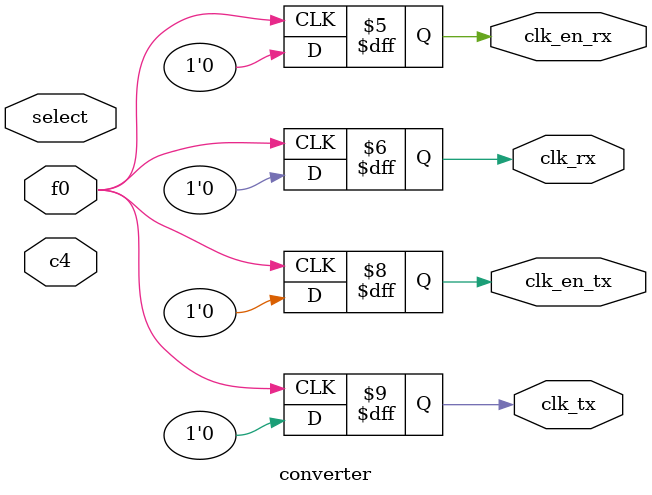
<source format=v>
module converter (
    input wire f0,
    input wire c4,
    input wire select,
    output reg clk_en_tx,
    output reg clk_en_rx,
    output reg clk_tx,
    output reg clk_rx
);
integer i,j,k,l;

always @ (negedge f0)
   begin
      clk_en_tx <= 1'b1;
   //   begin
         #122 clk_tx <= 1'b1;
         for (i=0; i<30; i=i+1) 
            begin
               #244 clk_tx <= 1'b0;
               #244 clk_tx <= 1'b1;
            end
         #244 clk_tx <= 1'b0;   
         #122 clk_en_tx <= 1'b0; 
         #122 clk_tx <= 1'b1; 
         #244 clk_tx <= 1'b0;  
  //    end
     end

always @ (negedge f0)
   begin
      clk_en_rx <= 1'b1;
    //  @ (negedge c4)
   //   begin
         #488 clk_rx <= 1'b1;
         for (j=0; j<31; j=j+1) 
            begin
               #244 clk_rx <= 1'b0;
               #244 clk_rx <= 1'b1;
            end
         #244 clk_rx <= 1'b0;   
         #122 clk_en_rx <= 1'b0; 
    //  end
   end

// always @ (negedge f0)
//    begin
//       clk_en_rx <= 1'b1;
//       @ (negedge c4)
//       begin
//          #244 clk_rx <= 1'b1;
//          for (k=0; k<31; k=k+1) 
//             begin
//                #244 clk_rx <= 1'b0;
//                #244 clk_rx <= 1'b1;
//             end
//          #244 clk_rx <= 1'b0;   
//          #122 clk_en_rx <= 1'b0; 
//       end
//    end

// always @ (negedge f0)
//    begin
//       clk_en_tx <= 1'b1;
//       @ (negedge c4)
//       begin
//          #244 clk_tx <= 1'b1;
//          for (l=0; l<30; l=l+1) 
//             begin
//                #244 clk_tx <= 1'b0;
//                #244 clk_tx <= 1'b1;
//             end
//          #244 clk_tx <= 1'b0;   
//          #122 clk_en_tx <= 1'b0; 
//          #122 clk_tx <= 1'b1; 
//          #244 clk_tx <= 1'b0;  
//       end
//    end 
endmodule
</source>
